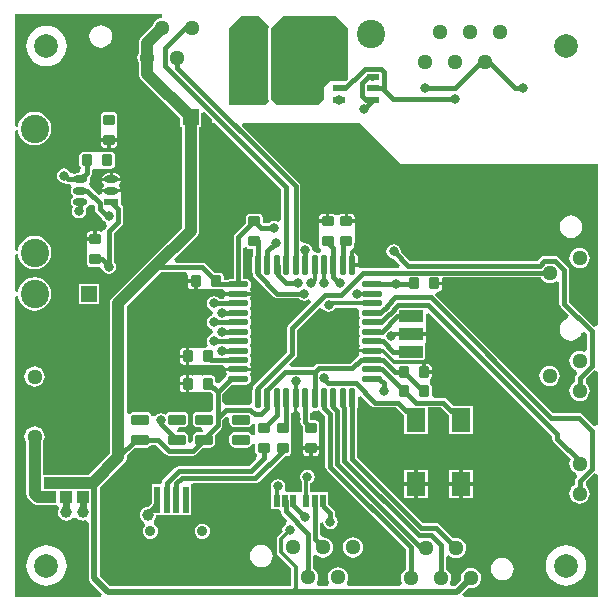
<source format=gtl>
G04 Layer_Physical_Order=1*
G04 Layer_Color=255*
%FSLAX24Y24*%
%MOIN*%
G70*
G01*
G75*
%ADD10R,0.0197X0.0394*%
%ADD11R,0.0413X0.0236*%
G04:AMPARAMS|DCode=12|XSize=98.4mil|YSize=86.6mil|CornerRadius=10.8mil|HoleSize=0mil|Usage=FLASHONLY|Rotation=0.000|XOffset=0mil|YOffset=0mil|HoleType=Round|Shape=RoundedRectangle|*
%AMROUNDEDRECTD12*
21,1,0.0984,0.0650,0,0,0.0*
21,1,0.0768,0.0866,0,0,0.0*
1,1,0.0217,0.0384,-0.0325*
1,1,0.0217,-0.0384,-0.0325*
1,1,0.0217,-0.0384,0.0325*
1,1,0.0217,0.0384,0.0325*
%
%ADD12ROUNDEDRECTD12*%
G04:AMPARAMS|DCode=13|XSize=59.1mil|YSize=35.4mil|CornerRadius=8.9mil|HoleSize=0mil|Usage=FLASHONLY|Rotation=180.000|XOffset=0mil|YOffset=0mil|HoleType=Round|Shape=RoundedRectangle|*
%AMROUNDEDRECTD13*
21,1,0.0591,0.0177,0,0,180.0*
21,1,0.0413,0.0354,0,0,180.0*
1,1,0.0177,-0.0207,0.0089*
1,1,0.0177,0.0207,0.0089*
1,1,0.0177,0.0207,-0.0089*
1,1,0.0177,-0.0207,-0.0089*
%
%ADD13ROUNDEDRECTD13*%
%ADD14R,0.0394X0.0394*%
G04:AMPARAMS|DCode=15|XSize=39.4mil|YSize=35.4mil|CornerRadius=4.4mil|HoleSize=0mil|Usage=FLASHONLY|Rotation=0.000|XOffset=0mil|YOffset=0mil|HoleType=Round|Shape=RoundedRectangle|*
%AMROUNDEDRECTD15*
21,1,0.0394,0.0266,0,0,0.0*
21,1,0.0305,0.0354,0,0,0.0*
1,1,0.0089,0.0153,-0.0133*
1,1,0.0089,-0.0153,-0.0133*
1,1,0.0089,-0.0153,0.0133*
1,1,0.0089,0.0153,0.0133*
%
%ADD15ROUNDEDRECTD15*%
G04:AMPARAMS|DCode=16|XSize=39.4mil|YSize=35.4mil|CornerRadius=4.4mil|HoleSize=0mil|Usage=FLASHONLY|Rotation=270.000|XOffset=0mil|YOffset=0mil|HoleType=Round|Shape=RoundedRectangle|*
%AMROUNDEDRECTD16*
21,1,0.0394,0.0266,0,0,270.0*
21,1,0.0305,0.0354,0,0,270.0*
1,1,0.0089,-0.0133,-0.0153*
1,1,0.0089,-0.0133,0.0153*
1,1,0.0089,0.0133,0.0153*
1,1,0.0089,0.0133,-0.0153*
%
%ADD16ROUNDEDRECTD16*%
%ADD17R,0.0787X0.0984*%
%ADD18R,0.0197X0.0886*%
%ADD19R,0.0630X0.0787*%
%ADD20O,0.0217X0.0689*%
%ADD21O,0.0689X0.0217*%
%ADD22O,0.0472X0.0236*%
%ADD23R,0.0472X0.0236*%
%ADD24R,0.0787X0.0394*%
%ADD25C,0.0157*%
%ADD26C,0.0118*%
%ADD27C,0.0394*%
%ADD28C,0.0197*%
%ADD29C,0.0236*%
%ADD30C,0.0512*%
%ADD31C,0.0945*%
%ADD32R,0.0532X0.0532*%
%ADD33C,0.0532*%
%ADD34R,0.0532X0.0532*%
%ADD35C,0.0354*%
%ADD36C,0.0787*%
%ADD37C,0.0315*%
%ADD38C,0.0394*%
G36*
X11594Y9708D02*
X11612Y9663D01*
X11601Y9606D01*
X11615Y9533D01*
X11648Y9449D01*
X11615Y9364D01*
X11601Y9291D01*
X11615Y9218D01*
X11648Y9134D01*
X11615Y9049D01*
X11601Y8976D01*
X11615Y8903D01*
X11648Y8819D01*
X11615Y8734D01*
X11601Y8661D01*
X11615Y8588D01*
X11648Y8504D01*
X11615Y8419D01*
X11612Y8406D01*
X12028D01*
Y8287D01*
X11607D01*
X11592Y8180D01*
X11540Y8145D01*
X11540Y8145D01*
X11311Y7916D01*
X10263D01*
X10202Y7904D01*
X10150Y7869D01*
X10150Y7869D01*
X10079Y7798D01*
X9321D01*
X9276Y7907D01*
X9484Y8115D01*
X9484Y8115D01*
X9518Y8167D01*
X9531Y8228D01*
Y9040D01*
X10261Y9770D01*
X10400Y9742D01*
X10420Y9712D01*
X10498Y9659D01*
X10591Y9641D01*
X10683Y9659D01*
X10761Y9712D01*
X10807Y9781D01*
X11541D01*
X11594Y9708D01*
D02*
G37*
G36*
X7869Y11767D02*
X7910Y11739D01*
X7958Y11730D01*
X8068D01*
Y11533D01*
X8052Y11510D01*
X8038Y11437D01*
Y10965D01*
X8052Y10892D01*
X8078Y10853D01*
X8080Y10842D01*
X8115Y10790D01*
X8768Y10137D01*
X8820Y10102D01*
X8882Y10090D01*
X8882Y10090D01*
X9607D01*
X9613Y10080D01*
X9691Y10028D01*
X9783Y10009D01*
X9876Y10028D01*
X9940Y10071D01*
X10015Y9979D01*
X9257Y9220D01*
X9222Y9168D01*
X9210Y9107D01*
X9210Y9107D01*
Y8295D01*
X8115Y7200D01*
X8080Y7148D01*
X8068Y7087D01*
X8068Y7087D01*
Y7084D01*
X8052Y7061D01*
X8038Y6988D01*
Y6645D01*
X7966Y6539D01*
X7966Y6539D01*
X7165D01*
X7165Y6539D01*
X7055Y6618D01*
X7050Y6627D01*
Y6902D01*
X7359Y7211D01*
X7815D01*
X7888Y7225D01*
X7950Y7267D01*
X7991Y7329D01*
X8006Y7402D01*
X7991Y7475D01*
X7959Y7559D01*
X7991Y7644D01*
X7994Y7657D01*
X7164D01*
X7166Y7644D01*
X7199Y7559D01*
X7166Y7475D01*
X7166Y7472D01*
X6949Y7255D01*
X6854D01*
X6813Y7286D01*
Y7397D01*
X6804Y7445D01*
X6777Y7485D01*
X6736Y7513D01*
X6688Y7522D01*
X6422D01*
X6383Y7514D01*
X6378Y7520D01*
X6063D01*
X6058Y7514D01*
X6019Y7522D01*
X5945D01*
Y7244D01*
Y6966D01*
X6019D01*
X6058Y6974D01*
X6063Y6969D01*
X6378D01*
X6383Y6974D01*
X6422Y6966D01*
X6665D01*
X6729Y6902D01*
Y6406D01*
X6644Y6302D01*
X6230D01*
X6165Y6289D01*
X6110Y6253D01*
X6073Y6197D01*
X6060Y6132D01*
Y6050D01*
X6058Y6043D01*
X6060Y6037D01*
Y5955D01*
X6073Y5889D01*
X6110Y5834D01*
X6165Y5797D01*
X6230Y5784D01*
X6337D01*
X6398Y5666D01*
X6374Y5633D01*
X6230D01*
X6165Y5620D01*
X6110Y5583D01*
X6073Y5528D01*
X6060Y5463D01*
Y5369D01*
X5964Y5270D01*
X5909Y5285D01*
Y5463D01*
X5896Y5528D01*
X5859Y5583D01*
X5803Y5620D01*
X5738Y5633D01*
X5568D01*
X5545Y5666D01*
X5605Y5784D01*
X5738D01*
X5803Y5797D01*
X5859Y5834D01*
X5896Y5889D01*
X5909Y5955D01*
Y6037D01*
X5910Y6043D01*
X5909Y6050D01*
Y6132D01*
X5896Y6197D01*
X5859Y6253D01*
X5803Y6289D01*
X5738Y6302D01*
X5325D01*
X5260Y6289D01*
X5204Y6253D01*
X5167Y6197D01*
X5166Y6197D01*
X5092Y6246D01*
X5000Y6264D01*
X4908Y6246D01*
X4830Y6194D01*
X4804Y6156D01*
X4679Y6179D01*
X4675Y6197D01*
X4638Y6253D01*
X4583Y6289D01*
X4518Y6302D01*
X4104D01*
X4039Y6289D01*
X3984Y6253D01*
X3979Y6245D01*
X3861Y6281D01*
Y9806D01*
X4980Y10925D01*
X5016Y10961D01*
X5832D01*
X5860Y10929D01*
X5907Y10843D01*
X5903Y10822D01*
Y10728D01*
X6161D01*
Y10669D01*
X6220D01*
Y10391D01*
X6294D01*
X6333Y10399D01*
X6339Y10394D01*
X6654D01*
X6659Y10399D01*
X6698Y10391D01*
X6827D01*
X6831Y10391D01*
X7079D01*
X7103Y10368D01*
X7146Y10295D01*
X7994D01*
X7991Y10309D01*
X7959Y10394D01*
X7991Y10478D01*
X8006Y10551D01*
X7991Y10624D01*
X7950Y10686D01*
X7888Y10727D01*
X7815Y10742D01*
X7739D01*
Y11763D01*
X7857Y11784D01*
X7869Y11767D01*
D02*
G37*
G36*
X6693Y16052D02*
Y15945D01*
X6800D01*
X9013Y13733D01*
Y12711D01*
X8895Y12648D01*
X8872Y12663D01*
X8780Y12682D01*
X8687Y12663D01*
X8609Y12611D01*
X8603Y12602D01*
X8393D01*
X8388Y12607D01*
Y12790D01*
X8379Y12838D01*
X8351Y12879D01*
X8311Y12906D01*
X8263Y12916D01*
X7958D01*
X7910Y12906D01*
X7869Y12879D01*
X7842Y12838D01*
X7832Y12790D01*
Y12607D01*
X7465Y12240D01*
X7430Y12187D01*
X7418Y12126D01*
X7418Y12126D01*
Y10742D01*
X7343D01*
X7270Y10727D01*
X7246Y10712D01*
X7089D01*
Y10822D01*
X7079Y10870D01*
X7052Y10911D01*
X7012Y10938D01*
X6964Y10947D01*
X6780D01*
X6491Y11236D01*
X6439Y11270D01*
X6378Y11283D01*
X6378Y11283D01*
X5491D01*
X5446Y11392D01*
X6181Y12126D01*
X6225Y12184D01*
X6253Y12251D01*
X6262Y12323D01*
Y15797D01*
X6329D01*
Y16262D01*
X6438Y16308D01*
X6693Y16052D01*
D02*
G37*
G36*
X12992Y14567D02*
X19565D01*
Y9184D01*
X19447Y9137D01*
X18603Y9980D01*
Y11024D01*
X18603Y11024D01*
X18591Y11085D01*
X18556Y11137D01*
X18238Y11456D01*
X18185Y11491D01*
X18124Y11503D01*
X18124Y11503D01*
X17782D01*
X17782Y11503D01*
X17720Y11491D01*
X17668Y11456D01*
X17668Y11456D01*
X17554Y11342D01*
X13295D01*
X12994Y11642D01*
X12997Y11654D01*
X12978Y11746D01*
X12926Y11824D01*
X12848Y11876D01*
X12756Y11894D01*
X12664Y11876D01*
X12586Y11824D01*
X12533Y11746D01*
X12515Y11654D01*
X12533Y11561D01*
X12586Y11483D01*
X12664Y11431D01*
X12756Y11413D01*
X12767Y11415D01*
X12968Y11215D01*
X12923Y11105D01*
X11745D01*
X11745Y11105D01*
X11687Y11094D01*
X11683Y11093D01*
X11627Y11112D01*
X11590Y11142D01*
X11378D01*
Y11260D01*
X11569D01*
Y11437D01*
X11554Y11510D01*
X11513Y11572D01*
X11451Y11613D01*
X11402Y11623D01*
X11382Y11737D01*
X11382Y11740D01*
X11422Y11767D01*
X11450Y11807D01*
X11459Y11855D01*
Y12121D01*
X11451Y12160D01*
X11457Y12165D01*
Y12480D01*
X11451Y12486D01*
X11459Y12525D01*
Y12598D01*
X11181D01*
Y12657D01*
X11122D01*
Y12916D01*
X11029D01*
X10981Y12906D01*
X10940Y12879D01*
X10932Y12867D01*
X10902Y12859D01*
X10830D01*
X10801Y12867D01*
X10792Y12879D01*
X10752Y12906D01*
X10704Y12916D01*
X10610D01*
Y12657D01*
X10551D01*
Y12598D01*
X10273D01*
Y12525D01*
X10281Y12486D01*
X10276Y12480D01*
Y12165D01*
X10281Y12160D01*
X10273Y12121D01*
Y11855D01*
X10283Y11807D01*
X10310Y11767D01*
X10338Y11748D01*
X10343Y11683D01*
X10334Y11622D01*
X10264Y11585D01*
X10191Y11613D01*
X10141Y11623D01*
X10118Y11628D01*
X10036Y11732D01*
X10026Y11785D01*
X9973Y11863D01*
X9895Y11915D01*
X9803Y11934D01*
X9767Y11927D01*
X9649Y12005D01*
Y13818D01*
X9649Y13818D01*
X9637Y13880D01*
X9602Y13932D01*
X9602Y13932D01*
X7698Y15836D01*
X7743Y15945D01*
X11614D01*
X12992Y14567D01*
D02*
G37*
G36*
X9547Y6319D02*
X9620Y6276D01*
X9643Y6252D01*
Y5965D01*
X9643Y5965D01*
X9655Y5903D01*
X9690Y5851D01*
X9722Y5819D01*
Y5635D01*
X9730Y5596D01*
X9724Y5591D01*
Y5276D01*
X9730Y5270D01*
X9722Y5231D01*
Y5157D01*
X10278D01*
Y5231D01*
X10270Y5270D01*
X10276Y5276D01*
Y5591D01*
X10270Y5596D01*
X10278Y5635D01*
Y5901D01*
X10268Y5949D01*
X10241Y5989D01*
X10201Y6016D01*
X10153Y6026D01*
X9969D01*
X9964Y6031D01*
Y6252D01*
X9986Y6276D01*
X10082Y6332D01*
X10118Y6325D01*
X10191Y6340D01*
X10267Y6368D01*
X10336Y6305D01*
X10479Y6163D01*
Y4478D01*
X10479Y4478D01*
X10491Y4417D01*
X10526Y4365D01*
X13166Y1725D01*
Y1067D01*
X13158Y1064D01*
X13088Y1010D01*
X13034Y940D01*
X13001Y859D01*
X12989Y772D01*
X13001Y684D01*
X13030Y614D01*
X13014Y571D01*
X12968Y496D01*
X11244D01*
X11186Y614D01*
X11190Y619D01*
X11224Y700D01*
X11235Y787D01*
X11224Y875D01*
X11190Y956D01*
X11136Y1026D01*
X11066Y1080D01*
X10985Y1113D01*
X10898Y1125D01*
X10810Y1113D01*
X10729Y1080D01*
X10659Y1026D01*
X10605Y956D01*
X10572Y875D01*
X10560Y787D01*
X10572Y700D01*
X10605Y619D01*
X10609Y614D01*
X10551Y496D01*
X10244D01*
X10186Y614D01*
X10190Y619D01*
X10224Y700D01*
X10235Y787D01*
X10224Y875D01*
X10190Y956D01*
X10136Y1026D01*
X10066Y1080D01*
X10058Y1083D01*
Y1486D01*
X10110Y1518D01*
X10176Y1535D01*
X10229Y1495D01*
X10310Y1461D01*
X10398Y1450D01*
X10485Y1461D01*
X10566Y1495D01*
X10636Y1549D01*
X10690Y1619D01*
X10724Y1700D01*
X10735Y1787D01*
X10724Y1875D01*
X10690Y1956D01*
X10636Y2026D01*
X10566Y2080D01*
X10485Y2113D01*
X10398Y2125D01*
X10294Y2230D01*
Y2607D01*
X10413Y2619D01*
X10427Y2546D01*
X10479Y2467D01*
X10557Y2415D01*
X10650Y2397D01*
X10742Y2415D01*
X10820Y2467D01*
X10872Y2546D01*
X10890Y2638D01*
X10872Y2730D01*
X10820Y2808D01*
X10810Y2815D01*
Y2933D01*
X10798Y2995D01*
X10763Y3047D01*
X10763Y3047D01*
X10571Y3239D01*
Y3622D01*
X9983D01*
Y3917D01*
X10052Y3964D01*
X10104Y4042D01*
X10123Y4134D01*
X10104Y4226D01*
X10052Y4304D01*
X9974Y4356D01*
X9882Y4375D01*
X9790Y4356D01*
X9712Y4304D01*
X9659Y4226D01*
X9641Y4134D01*
X9659Y4042D01*
X9702Y3978D01*
Y3629D01*
X9587Y3622D01*
X9587Y3622D01*
X9587Y3622D01*
X9192D01*
X9130Y3713D01*
X9123Y3740D01*
X9138Y3819D01*
X9120Y3911D01*
X9068Y3989D01*
X8990Y4041D01*
X8898Y4060D01*
X8805Y4041D01*
X8727Y3989D01*
X8675Y3911D01*
X8657Y3819D01*
X8673Y3737D01*
X8681Y3622D01*
X8681Y3622D01*
X8681Y3622D01*
Y3071D01*
X8914D01*
X8993Y2992D01*
X9005Y2931D01*
X9040Y2879D01*
X9211Y2708D01*
X9206Y2659D01*
X9180Y2572D01*
X9121Y2533D01*
X9069Y2454D01*
X9050Y2362D01*
X9057Y2327D01*
X8905Y2174D01*
X8874Y2129D01*
X8863Y2075D01*
Y1624D01*
X8874Y1571D01*
X8905Y1525D01*
X9348Y1082D01*
Y496D01*
X3303D01*
X2956Y843D01*
Y3784D01*
X3779Y4607D01*
X3823Y4664D01*
X3851Y4731D01*
X3861Y4803D01*
Y4854D01*
X4121Y5115D01*
X4518D01*
X4583Y5128D01*
X4638Y5165D01*
X4671Y5213D01*
X4822D01*
X5149Y4886D01*
X5201Y4852D01*
X5262Y4839D01*
X5262Y4839D01*
X6063D01*
X6063Y4839D01*
X6124Y4852D01*
X6177Y4886D01*
X6405Y5115D01*
X6644D01*
X6709Y5128D01*
X6764Y5165D01*
X6801Y5220D01*
X6814Y5285D01*
Y5463D01*
X6801Y5528D01*
X6798Y5534D01*
X7003Y5739D01*
X7003Y5739D01*
X7038Y5791D01*
X7050Y5853D01*
X7050Y5853D01*
Y6036D01*
X7165Y6151D01*
X7197Y6146D01*
X7280Y6099D01*
Y5955D01*
X7293Y5889D01*
X7330Y5834D01*
X7386Y5797D01*
X7451Y5784D01*
X7864D01*
X7929Y5797D01*
X7985Y5834D01*
X8022Y5889D01*
X8116Y5909D01*
X8147Y5888D01*
Y5635D01*
X8153Y5604D01*
X8151Y5592D01*
X8150Y5591D01*
Y5582D01*
X8141Y5534D01*
X8031Y5528D01*
X8020Y5530D01*
X7985Y5583D01*
X7929Y5620D01*
X7864Y5633D01*
X7451D01*
X7386Y5620D01*
X7330Y5583D01*
X7293Y5528D01*
X7280Y5463D01*
Y5285D01*
X7293Y5220D01*
X7330Y5165D01*
X7386Y5128D01*
X7451Y5115D01*
X7864D01*
X7929Y5128D01*
X7985Y5165D01*
X8022Y5220D01*
X8145Y5233D01*
X8147Y5231D01*
Y4966D01*
X8157Y4918D01*
X8184Y4877D01*
X8181Y4747D01*
X7926Y4491D01*
X5591D01*
X5529Y4479D01*
X5477Y4444D01*
X5477Y4444D01*
X5083Y4051D01*
X5049Y3998D01*
X5036Y3937D01*
X4931Y3898D01*
X4705D01*
Y3354D01*
X4701Y3337D01*
Y3264D01*
X4587Y3149D01*
X4567Y3152D01*
X4495Y3143D01*
X4428Y3115D01*
X4370Y3071D01*
X4326Y3013D01*
X4298Y2946D01*
X4289Y2874D01*
X4298Y2802D01*
X4326Y2735D01*
X4370Y2677D01*
X4428Y2633D01*
X4433Y2631D01*
X4459Y2525D01*
X4456Y2496D01*
X4422Y2452D01*
X4396Y2390D01*
X4388Y2323D01*
X4396Y2256D01*
X4422Y2194D01*
X4463Y2140D01*
X4517Y2099D01*
X4579Y2074D01*
X4646Y2065D01*
X4712Y2074D01*
X4775Y2099D01*
X4828Y2140D01*
X4869Y2194D01*
X4895Y2256D01*
X4904Y2323D01*
X4895Y2390D01*
X4869Y2452D01*
X4828Y2505D01*
X4775Y2546D01*
X4763Y2677D01*
X4808Y2735D01*
X4835Y2802D01*
X4842Y2854D01*
X6004D01*
Y3898D01*
X6107Y3934D01*
X8150D01*
X8150Y3934D01*
X8211Y3946D01*
X8263Y3981D01*
X9122Y4840D01*
X9208D01*
X9256Y4850D01*
X9296Y4877D01*
X9324Y4918D01*
X9333Y4966D01*
Y5231D01*
X9325Y5270D01*
X9331Y5276D01*
Y5591D01*
X9325Y5596D01*
X9333Y5635D01*
Y5882D01*
X9334Y5886D01*
X9334Y5886D01*
Y6252D01*
X9356Y6276D01*
X9429Y6319D01*
Y6752D01*
X9547D01*
Y6319D01*
D02*
G37*
G36*
X18048Y5498D02*
Y5407D01*
X18048Y5407D01*
X18060Y5346D01*
X18095Y5294D01*
X18655Y4734D01*
X18627Y4666D01*
X18615Y4579D01*
X18627Y4491D01*
X18660Y4410D01*
X18714Y4340D01*
X18784Y4286D01*
X18831Y4267D01*
X18865Y4171D01*
X18865Y4134D01*
X18839Y4108D01*
X18804Y4056D01*
X18792Y3994D01*
X18792Y3994D01*
Y3874D01*
X18784Y3871D01*
X18714Y3817D01*
X18660Y3748D01*
X18627Y3666D01*
X18615Y3579D01*
X18627Y3491D01*
X18660Y3410D01*
X18714Y3340D01*
X18784Y3286D01*
X18865Y3253D01*
X18953Y3241D01*
X19040Y3253D01*
X19122Y3286D01*
X19191Y3340D01*
X19245Y3410D01*
X19279Y3491D01*
X19290Y3579D01*
X19279Y3666D01*
X19245Y3748D01*
X19191Y3817D01*
X19171Y3833D01*
X19160Y3966D01*
X19166Y3980D01*
X19447Y4261D01*
X19565Y4214D01*
Y120D01*
X15098D01*
X15049Y239D01*
X15254Y444D01*
X15327Y434D01*
X15414Y446D01*
X15496Y479D01*
X15565Y533D01*
X15619Y603D01*
X15653Y684D01*
X15664Y772D01*
X15653Y859D01*
X15619Y940D01*
X15565Y1010D01*
X15496Y1064D01*
X15414Y1098D01*
X15327Y1109D01*
X15239Y1098D01*
X15158Y1064D01*
X15088Y1010D01*
X15034Y940D01*
X15001Y859D01*
X14989Y772D01*
X14999Y699D01*
X14796Y496D01*
X14681Y504D01*
X14639Y571D01*
X14624Y614D01*
X14653Y684D01*
X14664Y772D01*
X14653Y859D01*
X14619Y940D01*
X14565Y1010D01*
X14496Y1064D01*
X14487Y1067D01*
Y1470D01*
X14539Y1503D01*
X14605Y1520D01*
X14658Y1479D01*
X14739Y1446D01*
X14827Y1434D01*
X14914Y1446D01*
X14996Y1479D01*
X15065Y1533D01*
X15119Y1603D01*
X15153Y1684D01*
X15164Y1772D01*
X15153Y1859D01*
X15119Y1940D01*
X15065Y2010D01*
X14996Y2064D01*
X14914Y2098D01*
X14827Y2109D01*
X14739Y2098D01*
X14731Y2094D01*
X14271Y2554D01*
X14219Y2589D01*
X14157Y2602D01*
X14157Y2602D01*
X13746D01*
X11539Y4809D01*
Y6419D01*
X11554Y6443D01*
X11569Y6516D01*
Y6792D01*
X11678Y6837D01*
X12014Y6501D01*
X12014Y6501D01*
X12066Y6466D01*
X12128Y6454D01*
X12128Y6454D01*
X12847D01*
X13110Y6190D01*
Y5551D01*
X13898D01*
Y6454D01*
X14343D01*
X14606Y6190D01*
Y5551D01*
X15394D01*
Y6496D01*
X14755D01*
X14523Y6728D01*
X14471Y6763D01*
X14409Y6775D01*
X14409Y6775D01*
X14118D01*
X14018Y6855D01*
Y7160D01*
X14009Y7208D01*
X13981Y7249D01*
X13969Y7257D01*
X13962Y7287D01*
Y7359D01*
X13969Y7388D01*
X13981Y7397D01*
X14009Y7437D01*
X14018Y7485D01*
Y7579D01*
X13760D01*
Y7697D01*
X14018D01*
Y7790D01*
X14009Y7838D01*
X13981Y7879D01*
X13941Y7906D01*
X13893Y7916D01*
X13825D01*
X13819Y8031D01*
X13819Y8031D01*
X13819Y8031D01*
Y8504D01*
X13819Y8583D01*
X13819Y8701D01*
Y8839D01*
X13346D01*
Y8957D01*
X13819D01*
Y9094D01*
X13819Y9173D01*
X13819Y9291D01*
Y9561D01*
X13937Y9610D01*
X18048Y5498D01*
D02*
G37*
G36*
X17660Y10760D02*
X17714Y10690D01*
X17784Y10637D01*
X17865Y10603D01*
X17953Y10592D01*
X18040Y10603D01*
X18122Y10637D01*
X18164Y10670D01*
X18255Y10639D01*
X18282Y10617D01*
Y9914D01*
X18282Y9914D01*
X18295Y9852D01*
X18329Y9800D01*
X18588Y9542D01*
X18573Y9466D01*
X18549Y9413D01*
X18473Y9382D01*
X18395Y9322D01*
X18335Y9244D01*
X18297Y9153D01*
X18284Y9055D01*
X18297Y8957D01*
X18335Y8867D01*
X18395Y8788D01*
X18473Y8728D01*
X18564Y8691D01*
X18661Y8678D01*
X18759Y8691D01*
X18850Y8728D01*
X18928Y8788D01*
X18988Y8867D01*
X19011Y8923D01*
X19129Y8956D01*
X19206Y8889D01*
Y8381D01*
X19179Y8354D01*
X19087Y8310D01*
X19040Y8330D01*
X18953Y8341D01*
X18865Y8330D01*
X18784Y8296D01*
X18714Y8243D01*
X18660Y8173D01*
X18627Y8091D01*
X18615Y8004D01*
X18627Y7917D01*
X18660Y7835D01*
X18714Y7765D01*
X18784Y7712D01*
X18831Y7692D01*
X18865Y7597D01*
X18865Y7559D01*
X18839Y7533D01*
X18804Y7481D01*
X18792Y7419D01*
X18792Y7419D01*
Y7300D01*
X18784Y7296D01*
X18714Y7243D01*
X18660Y7173D01*
X18627Y7091D01*
X18615Y7004D01*
X18627Y6917D01*
X18660Y6835D01*
X18714Y6765D01*
X18784Y6712D01*
X18865Y6678D01*
X18953Y6666D01*
X19040Y6678D01*
X19122Y6712D01*
X19191Y6765D01*
X19245Y6835D01*
X19279Y6917D01*
X19290Y7004D01*
X19279Y7091D01*
X19245Y7173D01*
X19191Y7243D01*
X19171Y7258D01*
X19160Y7391D01*
X19166Y7406D01*
X19447Y7686D01*
X19565Y7639D01*
Y5867D01*
X19447Y5820D01*
X19051Y6216D01*
X18998Y6251D01*
X18937Y6263D01*
X18937Y6263D01*
X18072D01*
X14140Y10194D01*
X14189Y10313D01*
X14247D01*
X14295Y10322D01*
X14336Y10349D01*
X14363Y10390D01*
X14372Y10438D01*
Y10532D01*
X14114D01*
Y10650D01*
X14372D01*
Y10743D01*
X14406Y10784D01*
X17651D01*
X17660Y10760D01*
D02*
G37*
G36*
X8605Y19151D02*
X8587Y19125D01*
X8581Y19094D01*
X8581Y16732D01*
X8587Y16702D01*
X8605Y16676D01*
X8605Y16676D01*
X8465Y16535D01*
X7283D01*
Y19094D01*
X7677Y19488D01*
X8268Y19488D01*
X8605Y19151D01*
D02*
G37*
G36*
X11220Y19094D02*
Y18504D01*
Y17392D01*
X11151Y17323D01*
X10630D01*
X10433Y17126D01*
Y16732D01*
X10236Y16535D01*
X8858Y16535D01*
X8661Y16732D01*
X8661Y19094D01*
X9055Y19488D01*
X10827D01*
X11220Y19094D01*
D02*
G37*
G36*
X5034Y19447D02*
X4956Y19436D01*
X4875Y19403D01*
X4805Y19349D01*
X4751Y19279D01*
X4717Y19198D01*
X4714Y19174D01*
X4347Y18807D01*
X4303Y18749D01*
X4275Y18682D01*
X4265Y18610D01*
Y18298D01*
X4251Y18279D01*
X4217Y18198D01*
X4206Y18110D01*
X4217Y18023D01*
X4251Y17941D01*
X4265Y17923D01*
Y17583D01*
X4275Y17511D01*
X4303Y17444D01*
X4347Y17386D01*
X5640Y16093D01*
Y15797D01*
X5706D01*
Y12438D01*
X4587Y11319D01*
X3386Y10118D01*
X3342Y10060D01*
X3314Y9993D01*
X3305Y9921D01*
Y4918D01*
X2601Y4215D01*
X1299D01*
X1281Y4213D01*
X1065D01*
Y5293D01*
X1080Y5312D01*
X1113Y5393D01*
X1125Y5480D01*
X1113Y5568D01*
X1080Y5649D01*
X1026Y5719D01*
X956Y5773D01*
X875Y5806D01*
X787Y5818D01*
X700Y5806D01*
X619Y5773D01*
X549Y5719D01*
X495Y5649D01*
X461Y5568D01*
X450Y5480D01*
X461Y5393D01*
X495Y5312D01*
X509Y5293D01*
Y3583D01*
X519Y3511D01*
X547Y3444D01*
X591Y3386D01*
X709Y3268D01*
X767Y3224D01*
X834Y3196D01*
X906Y3187D01*
X1299D01*
X1317Y3189D01*
X1535D01*
X1588Y3120D01*
X1592Y3113D01*
X1601Y3071D01*
X1582Y3025D01*
X1572Y2953D01*
X1582Y2881D01*
X1610Y2814D01*
X1654Y2756D01*
X1711Y2712D01*
X1778Y2684D01*
X1850Y2675D01*
X1922Y2684D01*
X1989Y2712D01*
X2047Y2756D01*
X2054Y2766D01*
X2068Y2772D01*
X2184Y2772D01*
X2198Y2766D01*
X2205Y2756D01*
X2263Y2712D01*
X2330Y2684D01*
X2402Y2675D01*
X2474Y2684D01*
X2477Y2686D01*
X2595Y2612D01*
Y768D01*
X2609Y699D01*
X2648Y640D01*
X3049Y239D01*
X3000Y120D01*
X120D01*
Y10073D01*
X155Y10177D01*
X239Y10183D01*
X240Y10175D01*
X250Y10092D01*
X306Y9958D01*
X394Y9843D01*
X509Y9755D01*
X644Y9699D01*
X787Y9680D01*
X931Y9699D01*
X1065Y9755D01*
X1181Y9843D01*
X1269Y9958D01*
X1324Y10092D01*
X1343Y10236D01*
X1324Y10380D01*
X1269Y10514D01*
X1181Y10629D01*
X1065Y10718D01*
X931Y10773D01*
X787Y10792D01*
X644Y10773D01*
X509Y10718D01*
X394Y10629D01*
X306Y10514D01*
X250Y10380D01*
X240Y10297D01*
X239Y10290D01*
X155Y10295D01*
X120Y10399D01*
Y11451D01*
X155Y11555D01*
X239Y11560D01*
X240Y11553D01*
X250Y11470D01*
X306Y11336D01*
X394Y11221D01*
X509Y11133D01*
X644Y11077D01*
X787Y11058D01*
X931Y11077D01*
X1065Y11133D01*
X1181Y11221D01*
X1269Y11336D01*
X1324Y11470D01*
X1343Y11614D01*
X1324Y11758D01*
X1269Y11892D01*
X1181Y12007D01*
X1065Y12096D01*
X931Y12151D01*
X787Y12170D01*
X644Y12151D01*
X509Y12096D01*
X394Y12007D01*
X306Y11892D01*
X250Y11758D01*
X240Y11675D01*
X239Y11668D01*
X155Y11673D01*
X120Y11777D01*
Y15585D01*
X155Y15689D01*
X239Y15694D01*
X240Y15687D01*
X250Y15604D01*
X306Y15470D01*
X394Y15355D01*
X509Y15267D01*
X644Y15211D01*
X787Y15192D01*
X931Y15211D01*
X1065Y15267D01*
X1181Y15355D01*
X1269Y15470D01*
X1324Y15604D01*
X1343Y15748D01*
X1324Y15892D01*
X1269Y16026D01*
X1181Y16141D01*
X1065Y16229D01*
X931Y16285D01*
X787Y16304D01*
X644Y16285D01*
X509Y16229D01*
X394Y16141D01*
X306Y16026D01*
X250Y15892D01*
X240Y15809D01*
X239Y15802D01*
X155Y15807D01*
X120Y15911D01*
Y19565D01*
X5026D01*
X5034Y19447D01*
D02*
G37*
%LPC*%
G36*
X14941Y4370D02*
X14606D01*
Y3957D01*
X14941D01*
Y4370D01*
D02*
G37*
G36*
X15394D02*
X15059D01*
Y3957D01*
X15394D01*
Y4370D01*
D02*
G37*
G36*
X13898D02*
X13563D01*
Y3957D01*
X13898D01*
Y4370D01*
D02*
G37*
G36*
X5827Y7185D02*
X5628D01*
Y7092D01*
X5637Y7044D01*
X5664Y7003D01*
X5705Y6976D01*
X5753Y6966D01*
X5827D01*
Y7185D01*
D02*
G37*
G36*
X2992Y19196D02*
X2894Y19183D01*
X2804Y19146D01*
X2725Y19086D01*
X2665Y19008D01*
X2628Y18917D01*
X2615Y18819D01*
X2628Y18721D01*
X2665Y18630D01*
X2725Y18552D01*
X2804Y18492D01*
X2894Y18455D01*
X2992Y18442D01*
X3090Y18455D01*
X3181Y18492D01*
X3259Y18552D01*
X3319Y18630D01*
X3357Y18721D01*
X3369Y18819D01*
X3357Y18917D01*
X3319Y19008D01*
X3259Y19086D01*
X3181Y19146D01*
X3090Y19183D01*
X2992Y19196D01*
D02*
G37*
G36*
X10278Y5039D02*
X10059D01*
Y4840D01*
X10153D01*
X10201Y4850D01*
X10241Y4877D01*
X10268Y4918D01*
X10278Y4966D01*
Y5039D01*
D02*
G37*
G36*
X9941D02*
X9722D01*
Y4966D01*
X9732Y4918D01*
X9759Y4877D01*
X9799Y4850D01*
X9847Y4840D01*
X9941D01*
Y5039D01*
D02*
G37*
G36*
X1181Y19176D02*
X1050Y19164D01*
X924Y19125D01*
X807Y19063D01*
X706Y18979D01*
X622Y18878D01*
X560Y18761D01*
X521Y18635D01*
X509Y18504D01*
X521Y18373D01*
X560Y18247D01*
X622Y18130D01*
X706Y18028D01*
X807Y17945D01*
X924Y17883D01*
X1050Y17844D01*
X1181Y17831D01*
X1312Y17844D01*
X1438Y17883D01*
X1555Y17945D01*
X1657Y18028D01*
X1740Y18130D01*
X1802Y18247D01*
X1841Y18373D01*
X1854Y18504D01*
X1841Y18635D01*
X1802Y18761D01*
X1740Y18878D01*
X1657Y18979D01*
X1555Y19063D01*
X1438Y19125D01*
X1312Y19164D01*
X1181Y19176D01*
D02*
G37*
G36*
X8346Y1873D02*
X8249Y1860D01*
X8158Y1823D01*
X8080Y1763D01*
X8020Y1685D01*
X7982Y1594D01*
X7969Y1496D01*
X7982Y1398D01*
X8020Y1307D01*
X8080Y1229D01*
X8158Y1169D01*
X8249Y1132D01*
X8346Y1119D01*
X8444Y1132D01*
X8535Y1169D01*
X8613Y1229D01*
X8673Y1307D01*
X8711Y1398D01*
X8724Y1496D01*
X8711Y1594D01*
X8673Y1685D01*
X8613Y1763D01*
X8535Y1823D01*
X8444Y1860D01*
X8346Y1873D01*
D02*
G37*
G36*
X11398Y2125D02*
X11310Y2113D01*
X11229Y2080D01*
X11159Y2026D01*
X11105Y1956D01*
X11072Y1875D01*
X11060Y1787D01*
X11072Y1700D01*
X11105Y1619D01*
X11159Y1549D01*
X11229Y1495D01*
X11310Y1461D01*
X11398Y1450D01*
X11485Y1461D01*
X11566Y1495D01*
X11636Y1549D01*
X11690Y1619D01*
X11724Y1700D01*
X11735Y1787D01*
X11724Y1875D01*
X11690Y1956D01*
X11636Y2026D01*
X11566Y2080D01*
X11485Y2113D01*
X11398Y2125D01*
D02*
G37*
G36*
X16378Y1440D02*
X16280Y1427D01*
X16189Y1390D01*
X16111Y1330D01*
X16051Y1252D01*
X16014Y1161D01*
X16001Y1063D01*
X16014Y965D01*
X16051Y874D01*
X16111Y796D01*
X16189Y736D01*
X16280Y699D01*
X16378Y686D01*
X16476Y699D01*
X16567Y736D01*
X16645Y796D01*
X16705Y874D01*
X16742Y965D01*
X16755Y1063D01*
X16742Y1161D01*
X16705Y1252D01*
X16645Y1330D01*
X16567Y1390D01*
X16476Y1427D01*
X16378Y1440D01*
D02*
G37*
G36*
X1181Y1854D02*
X1050Y1841D01*
X924Y1802D01*
X807Y1740D01*
X706Y1657D01*
X622Y1555D01*
X560Y1438D01*
X521Y1312D01*
X509Y1181D01*
X521Y1050D01*
X560Y924D01*
X622Y807D01*
X706Y706D01*
X807Y622D01*
X924Y560D01*
X1050Y521D01*
X1181Y509D01*
X1312Y521D01*
X1438Y560D01*
X1555Y622D01*
X1657Y706D01*
X1740Y807D01*
X1802Y924D01*
X1841Y1050D01*
X1854Y1181D01*
X1841Y1312D01*
X1802Y1438D01*
X1740Y1555D01*
X1657Y1657D01*
X1555Y1740D01*
X1438Y1802D01*
X1312Y1841D01*
X1181Y1854D01*
D02*
G37*
G36*
X18504D02*
X18373Y1841D01*
X18247Y1802D01*
X18130Y1740D01*
X18028Y1657D01*
X17945Y1555D01*
X17883Y1438D01*
X17844Y1312D01*
X17831Y1181D01*
X17844Y1050D01*
X17883Y924D01*
X17945Y807D01*
X18028Y706D01*
X18130Y622D01*
X18247Y560D01*
X18373Y521D01*
X18504Y509D01*
X18635Y521D01*
X18761Y560D01*
X18878Y622D01*
X18979Y706D01*
X19063Y807D01*
X19125Y924D01*
X19164Y1050D01*
X19176Y1181D01*
X19164Y1312D01*
X19125Y1438D01*
X19063Y1555D01*
X18979Y1657D01*
X18878Y1740D01*
X18761Y1802D01*
X18635Y1841D01*
X18504Y1854D01*
D02*
G37*
G36*
X6378Y2581D02*
X6311Y2572D01*
X6249Y2546D01*
X6195Y2505D01*
X6154Y2452D01*
X6129Y2390D01*
X6120Y2323D01*
X6129Y2256D01*
X6154Y2194D01*
X6195Y2140D01*
X6249Y2099D01*
X6311Y2074D01*
X6378Y2065D01*
X6445Y2074D01*
X6507Y2099D01*
X6560Y2140D01*
X6601Y2194D01*
X6627Y2256D01*
X6636Y2323D01*
X6627Y2390D01*
X6601Y2452D01*
X6560Y2505D01*
X6507Y2546D01*
X6445Y2572D01*
X6378Y2581D01*
D02*
G37*
G36*
X15394Y3839D02*
X15059D01*
Y3425D01*
X15394D01*
Y3839D01*
D02*
G37*
G36*
X13445Y4370D02*
X13110D01*
Y3957D01*
X13445D01*
Y4370D01*
D02*
G37*
G36*
X14941Y3839D02*
X14606D01*
Y3425D01*
X14941D01*
Y3839D01*
D02*
G37*
G36*
X13445D02*
X13110D01*
Y3425D01*
X13445D01*
Y3839D01*
D02*
G37*
G36*
X13898D02*
X13563D01*
Y3425D01*
X13898D01*
Y3839D01*
D02*
G37*
G36*
X787Y7818D02*
X700Y7806D01*
X619Y7773D01*
X549Y7719D01*
X495Y7649D01*
X461Y7568D01*
X450Y7480D01*
X461Y7393D01*
X495Y7312D01*
X549Y7242D01*
X619Y7188D01*
X700Y7154D01*
X787Y7143D01*
X875Y7154D01*
X956Y7188D01*
X1026Y7242D01*
X1080Y7312D01*
X1113Y7393D01*
X1125Y7480D01*
X1113Y7568D01*
X1080Y7649D01*
X1026Y7719D01*
X956Y7773D01*
X875Y7806D01*
X787Y7818D01*
D02*
G37*
G36*
X10492Y12916D02*
X10399D01*
X10351Y12906D01*
X10310Y12879D01*
X10283Y12838D01*
X10273Y12790D01*
Y12717D01*
X10492D01*
Y12916D01*
D02*
G37*
G36*
X11334Y12916D02*
X11240D01*
Y12717D01*
X11459D01*
Y12790D01*
X11450Y12838D01*
X11422Y12879D01*
X11382Y12906D01*
X11334Y12916D01*
D02*
G37*
G36*
X2736Y12325D02*
X2643D01*
X2595Y12316D01*
X2554Y12289D01*
X2527Y12248D01*
X2517Y12200D01*
Y12126D01*
X2736D01*
Y12325D01*
D02*
G37*
G36*
X3546Y15315D02*
X3327D01*
Y15116D01*
X3420D01*
X3468Y15125D01*
X3509Y15152D01*
X3536Y15193D01*
X3546Y15241D01*
Y15315D01*
D02*
G37*
G36*
X3654Y13996D02*
X3039D01*
X3043Y13978D01*
X3086Y13913D01*
X3086Y13823D01*
X3067Y13795D01*
X3043Y13758D01*
X3039Y13740D01*
X3654D01*
X3650Y13758D01*
X3606Y13823D01*
X3606Y13913D01*
X3625Y13942D01*
X3650Y13978D01*
X3654Y13996D01*
D02*
G37*
G36*
X3342Y14963D02*
X3076D01*
X3037Y14955D01*
X3031Y14961D01*
X2717D01*
X2711Y14955D01*
X2672Y14963D01*
X2406D01*
X2358Y14953D01*
X2318Y14926D01*
X2291Y14886D01*
X2281Y14838D01*
Y14532D01*
X2291Y14484D01*
X2318Y14444D01*
X2315Y14331D01*
X2253Y14256D01*
X2197D01*
X2120Y14241D01*
X2117Y14238D01*
X1990Y14269D01*
X1938Y14347D01*
X1860Y14400D01*
X1768Y14418D01*
X1676Y14400D01*
X1597Y14347D01*
X1545Y14269D01*
X1527Y14177D01*
X1545Y14085D01*
X1597Y14007D01*
X1676Y13955D01*
X1768Y13936D01*
X1780Y13939D01*
X1828Y13907D01*
X1890Y13895D01*
X1966D01*
X2024Y13776D01*
X2011Y13758D01*
X1996Y13681D01*
X2011Y13604D01*
X2055Y13539D01*
X2055Y13449D01*
X2036Y13421D01*
X2011Y13384D01*
X1996Y13307D01*
X2011Y13230D01*
X2055Y13165D01*
X2066Y13110D01*
X2049Y13084D01*
X2031Y12992D01*
X2049Y12900D01*
X2101Y12822D01*
X2179Y12770D01*
X2272Y12751D01*
X2364Y12770D01*
X2442Y12822D01*
X2494Y12900D01*
X2512Y12992D01*
X2494Y13084D01*
X2575Y13165D01*
X2594Y13193D01*
X2721Y13216D01*
X2792Y13153D01*
Y13071D01*
X2792Y13071D01*
X2804Y13009D01*
X2839Y12957D01*
X3043Y12754D01*
X3045Y12742D01*
X3097Y12664D01*
X3168Y12617D01*
X3177Y12607D01*
X3204Y12486D01*
X3158Y12440D01*
X3123Y12388D01*
X3119Y12365D01*
X3114Y12361D01*
X3018Y12318D01*
X2996Y12316D01*
X2993Y12316D01*
X2948Y12325D01*
X2854D01*
Y12067D01*
X2795D01*
Y12008D01*
X2517D01*
Y11934D01*
X2525Y11895D01*
X2520Y11890D01*
Y11575D01*
X2525Y11569D01*
X2517Y11531D01*
Y11265D01*
X2527Y11217D01*
X2554Y11176D01*
X2595Y11149D01*
X2643Y11139D01*
X2948D01*
X3049Y11054D01*
X3101Y10975D01*
X3179Y10923D01*
X3272Y10905D01*
X3364Y10923D01*
X3442Y10975D01*
X3494Y11054D01*
X3512Y11146D01*
X3494Y11238D01*
X3442Y11316D01*
X3432Y11322D01*
Y12260D01*
X3696Y12524D01*
X3731Y12576D01*
X3743Y12638D01*
X3743Y12638D01*
Y13071D01*
X3743Y13071D01*
X3731Y13132D01*
X3696Y13184D01*
X3696Y13184D01*
X3661Y13219D01*
Y13504D01*
X3661Y13504D01*
X3654Y13622D01*
Y13622D01*
X3039D01*
Y13622D01*
X3036Y13578D01*
X2915Y13533D01*
X2653Y13795D01*
X2632Y13809D01*
X2620Y13831D01*
X2598Y13926D01*
X2600Y13950D01*
X2618Y13978D01*
X2634Y14055D01*
X2619Y14132D01*
X2653Y14166D01*
X2653Y14166D01*
X2688Y14218D01*
X2700Y14280D01*
Y14298D01*
X2717Y14409D01*
X3031D01*
X3037Y14415D01*
X3076Y14407D01*
X3342D01*
X3390Y14417D01*
X3430Y14444D01*
X3457Y14484D01*
X3467Y14532D01*
Y14838D01*
X3457Y14886D01*
X3430Y14926D01*
X3390Y14953D01*
X3342Y14963D01*
D02*
G37*
G36*
X3209Y15315D02*
X2990D01*
Y15241D01*
X2999Y15193D01*
X3026Y15152D01*
X3067Y15125D01*
X3115Y15116D01*
X3209D01*
Y15315D01*
D02*
G37*
G36*
X3287Y14256D02*
X3228D01*
X3152Y14241D01*
X3086Y14197D01*
X3043Y14132D01*
X3039Y14114D01*
X3287D01*
Y14256D01*
D02*
G37*
G36*
X3465D02*
X3406D01*
Y14114D01*
X3654D01*
X3650Y14132D01*
X3606Y14197D01*
X3541Y14241D01*
X3465Y14256D01*
D02*
G37*
G36*
X18661Y12858D02*
X18564Y12845D01*
X18473Y12807D01*
X18395Y12747D01*
X18335Y12669D01*
X18297Y12578D01*
X18284Y12480D01*
X18297Y12383D01*
X18335Y12292D01*
X18395Y12214D01*
X18473Y12154D01*
X18564Y12116D01*
X18661Y12103D01*
X18759Y12116D01*
X18850Y12154D01*
X18928Y12214D01*
X18988Y12292D01*
X19026Y12383D01*
X19039Y12480D01*
X19026Y12578D01*
X18988Y12669D01*
X18928Y12747D01*
X18850Y12807D01*
X18759Y12845D01*
X18661Y12858D01*
D02*
G37*
G36*
X5827Y8093D02*
X5628D01*
Y7999D01*
X5637Y7951D01*
X5664Y7911D01*
X5705Y7884D01*
X5753Y7874D01*
X5827D01*
Y8093D01*
D02*
G37*
G36*
Y8430D02*
X5753D01*
X5705Y8420D01*
X5664Y8393D01*
X5637Y8353D01*
X5628Y8305D01*
Y8211D01*
X5827D01*
Y8430D01*
D02*
G37*
G36*
X17953Y7841D02*
X17865Y7830D01*
X17784Y7796D01*
X17714Y7743D01*
X17660Y7673D01*
X17627Y7591D01*
X17615Y7504D01*
X17627Y7417D01*
X17660Y7335D01*
X17714Y7265D01*
X17784Y7212D01*
X17865Y7178D01*
X17953Y7166D01*
X18040Y7178D01*
X18122Y7212D01*
X18191Y7265D01*
X18245Y7335D01*
X18279Y7417D01*
X18290Y7504D01*
X18279Y7591D01*
X18245Y7673D01*
X18191Y7743D01*
X18122Y7796D01*
X18040Y7830D01*
X17953Y7841D01*
D02*
G37*
G36*
X5827Y7522D02*
X5753D01*
X5705Y7513D01*
X5664Y7485D01*
X5637Y7445D01*
X5628Y7397D01*
Y7303D01*
X5827D01*
Y7522D01*
D02*
G37*
G36*
X3420Y16302D02*
X3115D01*
X3067Y16292D01*
X3026Y16265D01*
X2999Y16224D01*
X2990Y16176D01*
Y15910D01*
X2997Y15871D01*
X2992Y15866D01*
Y15551D01*
X2997Y15546D01*
X2990Y15507D01*
Y15433D01*
X3546D01*
Y15507D01*
X3538Y15546D01*
X3543Y15551D01*
Y15866D01*
X3538Y15871D01*
X3546Y15910D01*
Y16176D01*
X3536Y16224D01*
X3509Y16265D01*
X3468Y16292D01*
X3420Y16302D01*
D02*
G37*
G36*
X6102Y10610D02*
X5903D01*
Y10517D01*
X5913Y10469D01*
X5940Y10428D01*
X5981Y10401D01*
X6029Y10391D01*
X6102D01*
Y10610D01*
D02*
G37*
G36*
X18953Y11767D02*
X18865Y11755D01*
X18784Y11721D01*
X18714Y11668D01*
X18660Y11598D01*
X18627Y11516D01*
X18615Y11429D01*
X18627Y11342D01*
X18660Y11260D01*
X18714Y11190D01*
X18784Y11137D01*
X18865Y11103D01*
X18953Y11092D01*
X19040Y11103D01*
X19122Y11137D01*
X19191Y11190D01*
X19245Y11260D01*
X19279Y11342D01*
X19290Y11429D01*
X19279Y11516D01*
X19245Y11598D01*
X19191Y11668D01*
X19122Y11721D01*
X19040Y11755D01*
X18953Y11767D01*
D02*
G37*
G36*
X2943Y10581D02*
X2254D01*
Y9892D01*
X2943D01*
Y10581D01*
D02*
G37*
G36*
X7994Y10177D02*
X7146D01*
X7103Y10104D01*
X7079Y10082D01*
X6948D01*
X6942Y10092D01*
X6864Y10144D01*
X6772Y10162D01*
X6679Y10144D01*
X6601Y10092D01*
X6549Y10013D01*
X6531Y9921D01*
X6549Y9829D01*
X6601Y9751D01*
X6679Y9699D01*
X6738Y9602D01*
X6691Y9516D01*
X6679Y9514D01*
X6601Y9462D01*
X6549Y9384D01*
X6531Y9291D01*
X6549Y9199D01*
X6601Y9121D01*
X6679Y9069D01*
X6704Y9064D01*
X6747Y8976D01*
X6704Y8889D01*
X6679Y8884D01*
X6601Y8832D01*
X6549Y8754D01*
X6531Y8661D01*
X6549Y8569D01*
X6563Y8548D01*
X6500Y8430D01*
X6422D01*
X6383Y8422D01*
X6378Y8428D01*
X6063D01*
X6058Y8422D01*
X6019Y8430D01*
X5945D01*
Y8152D01*
Y7874D01*
X6019D01*
X6058Y7882D01*
X6063Y7876D01*
X6378D01*
X6383Y7882D01*
X6422Y7874D01*
X6660D01*
X6676Y7871D01*
X6676Y7871D01*
X7079D01*
X7103Y7849D01*
X7146Y7776D01*
X7994D01*
X7991Y7789D01*
X7959Y7874D01*
X7991Y7959D01*
X8006Y8031D01*
X7991Y8104D01*
X7959Y8189D01*
X7991Y8273D01*
X8006Y8346D01*
X7991Y8419D01*
X7959Y8504D01*
X7991Y8588D01*
X8006Y8661D01*
X7991Y8734D01*
X7959Y8819D01*
X7991Y8903D01*
X8006Y8976D01*
X7991Y9049D01*
X7959Y9134D01*
X7991Y9218D01*
X8006Y9291D01*
X7991Y9364D01*
X7959Y9449D01*
X7991Y9533D01*
X8006Y9606D01*
X7991Y9679D01*
X7959Y9764D01*
X7991Y9848D01*
X8006Y9921D01*
X7991Y9994D01*
X7959Y10079D01*
X7991Y10163D01*
X7994Y10177D01*
D02*
G37*
%LPD*%
D10*
X9409Y3346D02*
D03*
X8858D02*
D03*
X9134D02*
D03*
X10394D02*
D03*
X9843D02*
D03*
X10118D02*
D03*
D11*
X10935Y17087D02*
D03*
Y17461D02*
D03*
Y16713D02*
D03*
X12057D02*
D03*
Y17461D02*
D03*
Y17087D02*
D03*
D12*
X7913Y17008D02*
D03*
X9803D02*
D03*
D13*
X6437Y5374D02*
D03*
X7657D02*
D03*
X6437Y6043D02*
D03*
X7657D02*
D03*
X5531D02*
D03*
Y5374D02*
D03*
X4311Y6043D02*
D03*
Y5374D02*
D03*
D14*
X1850Y3937D02*
D03*
Y3465D02*
D03*
X1299Y3937D02*
D03*
Y3465D02*
D03*
X2402Y3937D02*
D03*
Y3465D02*
D03*
D15*
X10551Y12657D02*
D03*
Y11988D02*
D03*
X11181Y11988D02*
D03*
Y12657D02*
D03*
X10000Y5098D02*
D03*
Y5768D02*
D03*
X3268Y16043D02*
D03*
Y15374D02*
D03*
X2795Y11398D02*
D03*
Y12067D02*
D03*
X8425Y5098D02*
D03*
Y5768D02*
D03*
X9055Y5098D02*
D03*
Y5768D02*
D03*
X8110Y11988D02*
D03*
Y12657D02*
D03*
D16*
X14114Y10591D02*
D03*
X13445D02*
D03*
X13760Y7638D02*
D03*
X13091D02*
D03*
X6831Y10669D02*
D03*
X6161D02*
D03*
X5886Y7244D02*
D03*
X6555D02*
D03*
X5886Y8152D02*
D03*
X6555D02*
D03*
X13091Y7008D02*
D03*
X13760D02*
D03*
X3209Y14685D02*
D03*
X2539D02*
D03*
D17*
X3760Y1181D02*
D03*
X7264D02*
D03*
Y3327D02*
D03*
X3760D02*
D03*
D18*
X6142Y3376D02*
D03*
X5827D02*
D03*
X5512D02*
D03*
X5197D02*
D03*
X4882D02*
D03*
D19*
X15000Y3898D02*
D03*
Y6024D02*
D03*
X13504Y3898D02*
D03*
Y6024D02*
D03*
D20*
X10748Y6752D02*
D03*
X11378D02*
D03*
X11063D02*
D03*
X10433D02*
D03*
X9488D02*
D03*
X9173D02*
D03*
X10118D02*
D03*
X9803D02*
D03*
X8858D02*
D03*
X8543D02*
D03*
X8228D02*
D03*
X10748Y11201D02*
D03*
X10433D02*
D03*
X11378D02*
D03*
X11063D02*
D03*
X10118D02*
D03*
X9173D02*
D03*
X8858D02*
D03*
X9803D02*
D03*
X9488D02*
D03*
X8543D02*
D03*
X8228D02*
D03*
D21*
X12028Y8346D02*
D03*
Y8031D02*
D03*
Y7717D02*
D03*
Y7402D02*
D03*
X7579D02*
D03*
Y8031D02*
D03*
Y7717D02*
D03*
X12028Y9921D02*
D03*
Y10551D02*
D03*
Y10236D02*
D03*
Y8976D02*
D03*
Y8661D02*
D03*
Y9606D02*
D03*
Y9291D02*
D03*
X7579Y8661D02*
D03*
Y8346D02*
D03*
Y9291D02*
D03*
Y8976D02*
D03*
Y9921D02*
D03*
Y9606D02*
D03*
Y10551D02*
D03*
Y10236D02*
D03*
D22*
X3346Y14055D02*
D03*
Y13681D02*
D03*
X2315Y13307D02*
D03*
Y14055D02*
D03*
Y13681D02*
D03*
D23*
X3346Y13307D02*
D03*
D24*
X13346Y8307D02*
D03*
Y9488D02*
D03*
Y8898D02*
D03*
D25*
X11112Y4674D02*
Y6447D01*
X11063Y6496D02*
X11112Y6447D01*
X11063Y6496D02*
Y6752D01*
X10748Y6455D02*
Y6752D01*
Y6455D02*
X10876Y6327D01*
X10433Y6436D02*
Y6752D01*
Y6436D02*
X10640Y6229D01*
Y4478D02*
X13327Y1791D01*
X10640Y4478D02*
Y6229D01*
X10876Y4576D02*
X13681Y1772D01*
X10876Y4576D02*
Y6327D01*
X11112Y4674D02*
X13601Y2185D01*
X4311Y5374D02*
X4888D01*
X5262Y5000D02*
X6063D01*
X4888Y5374D02*
X5262Y5000D01*
X11654Y8031D02*
X12028D01*
X11378Y7756D02*
X11654Y8031D01*
X10263Y7756D02*
X11378D01*
X10145Y7638D02*
X10263Y7756D01*
X9132Y7638D02*
X10118D01*
Y6752D02*
Y7638D01*
X10394Y7441D02*
X10581Y7254D01*
X8543Y7049D02*
X9132Y7638D01*
X8543Y6752D02*
Y7049D01*
X12401Y8031D02*
X12795Y7638D01*
X12028Y8031D02*
X12401D01*
X12795Y7638D02*
X13091D01*
X7323Y7402D02*
X7579D01*
X6890Y6969D02*
X7323Y7402D01*
X6614Y7244D02*
X6890Y6969D01*
X6555Y8152D02*
X6676Y8031D01*
X12744Y8307D02*
X13346D01*
X12389Y8661D02*
X12744Y8307D01*
X12028Y8661D02*
X12389D01*
X12363Y8976D02*
X12875Y9488D01*
X12028Y8976D02*
X12363D01*
X12374Y9341D02*
X12453Y9419D01*
X12372Y9341D02*
X12374D01*
X12323Y9291D02*
X12372Y9341D01*
X12028Y9291D02*
X12323D01*
X12304Y9606D02*
X12353Y9656D01*
X12028Y9606D02*
X12304D01*
X12353Y9656D02*
X12374D01*
X12472Y9419D02*
X12766Y9713D01*
X12453Y9419D02*
X12472D01*
X12374Y9656D02*
X12530Y9811D01*
X12875Y9488D02*
X13346D01*
X12766Y9713D02*
Y9734D01*
X12530Y9811D02*
Y9832D01*
X18124Y11343D02*
X18443Y11024D01*
X17782Y11343D02*
X18124D01*
X17620Y11181D02*
X17782Y11343D01*
X13228Y11181D02*
X17620D01*
X12756Y11654D02*
X13228Y11181D01*
X13406Y10551D02*
X13445Y10591D01*
X12835Y10551D02*
X13406D01*
X3268Y16024D02*
Y16043D01*
X4783Y11122D02*
X6378D01*
X6831Y10669D01*
X7579Y10551D02*
Y12126D01*
X8110Y12657D01*
X8327Y12441D01*
X8780D01*
X9488Y11201D02*
Y13818D01*
X9173Y11201D02*
Y13799D01*
X9803Y11201D02*
Y11693D01*
X9171Y10591D02*
X9567D01*
X10460Y10197D02*
X10997D01*
X9370Y9107D02*
X10460Y10197D01*
X8882Y10250D02*
X9783D01*
X9154Y2992D02*
X9898Y2248D01*
Y787D02*
Y2248D01*
X10134Y2051D02*
Y3331D01*
Y2051D02*
X10398Y1787D01*
X10118Y3346D02*
X10134Y3331D01*
X13720Y7008D02*
X13760D01*
X13091Y7638D02*
X13720Y7008D01*
X5688Y4094D02*
X8150D01*
X5512Y3918D02*
X5688Y4094D01*
X5512Y3376D02*
Y3918D01*
X5591Y4331D02*
X7992D01*
X5197Y3937D02*
X5591Y4331D01*
X5197Y3376D02*
Y3937D01*
X8150Y4094D02*
X9055Y5000D01*
Y5098D01*
X8425Y4764D02*
Y5098D01*
X7992Y4331D02*
X8425Y4764D01*
X18937Y6102D02*
X19366Y5673D01*
X18005Y6102D02*
X18937D01*
X13990Y10118D02*
X18005Y6102D01*
X18209Y5407D02*
X18953Y4663D01*
X18209Y5407D02*
Y5565D01*
X13892Y9882D02*
X18209Y5565D01*
X18953Y4579D02*
Y4663D01*
X12913Y9882D02*
X13892D01*
X19366Y7833D02*
Y8991D01*
X18953Y7419D02*
X19366Y7833D01*
X18443Y9914D02*
X19366Y8991D01*
Y4408D02*
Y5673D01*
X18953Y3994D02*
X19366Y4408D01*
X6890Y6102D02*
Y6969D01*
Y5853D02*
Y6102D01*
X7165Y6378D01*
X7966D01*
X8124Y6220D01*
X8346D01*
X8543Y6417D01*
Y6752D01*
X9370Y8228D02*
Y9107D01*
X8228Y7087D02*
X9370Y8228D01*
X8228Y6752D02*
Y7087D01*
X6437Y5400D02*
X6890Y5853D01*
X6437Y5374D02*
Y5400D01*
X3583Y4803D02*
X4154Y5374D01*
X4311D01*
X7657D02*
X7657D01*
X6299Y6043D02*
X6437D01*
X5000Y5906D02*
Y6024D01*
X14409Y6614D02*
X15000Y6024D01*
X13484Y6614D02*
X14409D01*
X13091Y7008D02*
X13484Y6614D01*
X8228Y11201D02*
Y11988D01*
X12913Y6614D02*
X13504Y6024D01*
X12128Y6614D02*
X12913D01*
X11488Y7254D02*
X12128Y6614D01*
X10581Y7254D02*
X11488D01*
X8228Y10904D02*
X8882Y10250D01*
X8228Y10904D02*
Y11201D01*
X12421Y7008D02*
Y7264D01*
X12283Y7402D02*
X12421Y7264D01*
X12028Y7402D02*
X12283D01*
X18953Y7004D02*
Y7419D01*
X18443Y9914D02*
Y11024D01*
X11063Y11201D02*
Y11949D01*
X8543Y11654D02*
X8819Y11929D01*
X8543Y11201D02*
Y11654D01*
X12382Y7717D02*
X13091Y7008D01*
X12028Y7717D02*
X12382D01*
X6676Y8031D02*
X7579D01*
X11745Y10945D02*
X18110D01*
X10997Y10197D02*
X11745Y10945D01*
X17953Y10929D02*
Y10945D01*
X5543Y17763D02*
X9488Y13818D01*
X5543Y17763D02*
Y18110D01*
X5803Y19110D02*
X6043D01*
X5130Y18437D02*
X5803Y19110D01*
X5130Y17843D02*
Y18437D01*
Y17843D02*
X9173Y13799D01*
X8907Y10854D02*
X9171Y10591D01*
X8858Y11201D02*
X8907Y11152D01*
Y10854D02*
Y11152D01*
X9055Y5768D02*
X9173Y5886D01*
Y6752D01*
X8425Y5768D02*
X8858Y6201D01*
Y6752D01*
X10748Y11201D02*
Y11752D01*
X10551Y11949D02*
X10748Y11752D01*
X8228Y11201D02*
X8228Y11201D01*
X9803Y11201D02*
X9803Y11201D01*
X10748Y10787D02*
Y11201D01*
Y10787D02*
X10920Y10616D01*
X10970D01*
X12028Y10551D02*
X12835D01*
X12816Y10118D02*
X13990D01*
X12530Y9832D02*
X12816Y10118D01*
X12766Y9734D02*
X12913Y9882D01*
X12028Y10551D02*
X12028Y10551D01*
X12717Y16732D02*
X14803D01*
X12421Y17028D02*
X12717Y16732D01*
X12362Y17087D02*
X12421Y17028D01*
Y17644D01*
X12329Y17736D02*
X12421Y17644D01*
X11785Y17736D02*
X12329D01*
X11693Y17644D02*
X11785Y17736D01*
X11693Y17638D02*
Y17644D01*
X11142Y17087D02*
X11693Y17638D01*
X10935Y17087D02*
X11142D01*
X11831Y16713D02*
X12057D01*
X11693Y16850D02*
X11831Y16713D01*
X11693Y16850D02*
Y17270D01*
X11884Y17461D01*
X12057D01*
Y17087D02*
X12362D01*
X12037Y17441D02*
X12057Y17461D01*
X11760Y16415D02*
X12057Y16713D01*
X13799Y17087D02*
X14791D01*
X15799Y18094D01*
X16807Y17087D02*
X17067D01*
X15799Y18094D02*
X16807Y17087D01*
X14157Y2441D02*
X14827Y1772D01*
X13679Y2441D02*
X14157D01*
X11378Y4742D02*
X13679Y2441D01*
X11378Y4742D02*
Y6752D01*
X14327Y772D02*
Y1856D01*
X13998Y2185D02*
X14327Y1856D01*
X13601Y2185D02*
X13998D01*
X13681Y1772D02*
X13827D01*
X13327Y772D02*
Y1791D01*
X10650Y2638D02*
Y2933D01*
X10433Y3150D02*
X10650Y2933D01*
X9409Y3209D02*
Y3346D01*
Y3209D02*
X9803Y2815D01*
X9154Y2992D02*
Y3327D01*
X9134Y3346D02*
X9154Y3327D01*
X18949Y3583D02*
X18953Y3579D01*
Y3994D01*
X6831Y10551D02*
X7579D01*
X6063Y5000D02*
X6437Y5374D01*
X9803Y5965D02*
X10000Y5768D01*
X9803Y5965D02*
Y6752D01*
X5000Y5906D02*
X5531Y5374D01*
X4311Y6043D02*
X4409D01*
X6772Y9291D02*
X7579D01*
X6772Y8661D02*
X7579D01*
X7047Y9606D02*
X7579D01*
X7047Y8976D02*
X7579D01*
X6772Y9921D02*
X7579D01*
X7047Y8346D02*
X7579D01*
X7579Y8661D02*
X7579Y8661D01*
X1768Y14177D02*
X1890Y14055D01*
X2315D01*
X3209Y14665D02*
Y14685D01*
X3020Y11398D02*
X3272Y11146D01*
X2795Y11398D02*
X3020D01*
X3272Y11146D02*
Y12327D01*
X3583Y12638D01*
Y13071D01*
X3346Y13307D02*
X3583Y13071D01*
X3189Y12835D02*
X3268D01*
X2953Y13071D02*
X3189Y12835D01*
X2953Y13071D02*
Y13268D01*
X2539Y13681D02*
X2953Y13268D01*
X2315Y13681D02*
X2539D01*
X2315Y13035D02*
Y13307D01*
X2272Y12992D02*
X2315Y13035D01*
X2539Y14280D02*
Y14685D01*
X2315Y14055D02*
X2539Y14280D01*
D26*
X9488Y6752D02*
Y7323D01*
X13760Y7935D02*
X13797Y7972D01*
X13760Y7638D02*
Y7935D01*
X13878Y8563D02*
X14173Y8858D01*
X13878Y8053D02*
Y8563D01*
X13797Y7972D02*
X13878Y8053D01*
X12772Y7972D02*
X13797D01*
X12398Y8346D02*
X12772Y7972D01*
X12028Y8346D02*
X12398D01*
X11516Y11909D02*
X12008Y12402D01*
X11516Y11780D02*
Y11909D01*
X11378Y11642D02*
X11516Y11780D01*
X11378Y11201D02*
Y11642D01*
X12756Y8898D02*
X13346D01*
X12677Y8819D02*
X12756Y8898D01*
X10000Y10591D02*
X10118Y10709D01*
X10433Y10591D02*
Y11201D01*
X10591Y9882D02*
X10630Y9921D01*
X9370Y315D02*
X9488Y433D01*
Y1140D01*
X9004Y1624D02*
X9488Y1140D01*
X9004Y1624D02*
Y2075D01*
X9291Y2362D01*
X9843Y3346D02*
Y4094D01*
X9882Y4134D01*
X8858Y3346D02*
Y3780D01*
X8898Y3819D01*
X10118Y10709D02*
Y11201D01*
X10630Y9921D02*
X12028D01*
X12028Y10236D02*
X12028Y10236D01*
X11535Y10236D02*
X12028D01*
D27*
X4783Y11122D02*
X5984Y12323D01*
X3583Y9921D02*
X4783Y11122D01*
X2402Y3937D02*
X2717D01*
X906Y3465D02*
X1299D01*
X787Y3583D02*
X906Y3465D01*
X787Y3583D02*
Y5480D01*
X2717Y3937D02*
X3583Y4803D01*
Y9921D01*
X5984Y12323D02*
Y16142D01*
X4543Y17583D02*
X5984Y16142D01*
X4543Y17583D02*
Y18110D01*
Y18610D01*
X5043Y19110D01*
X1850Y3937D02*
X2402D01*
X1299D02*
X1850D01*
D28*
X9370Y315D02*
X14870D01*
X3228D02*
X9370D01*
X2717Y3853D02*
Y3937D01*
Y3853D02*
X2776Y3794D01*
Y768D02*
Y3794D01*
Y768D02*
X3228Y315D01*
X14870D02*
X15327Y772D01*
X4882Y3189D02*
Y3337D01*
X4567Y2874D02*
X4882Y3189D01*
D29*
X2402Y2953D02*
Y3465D01*
X1850Y3465D02*
X1850Y3465D01*
X1850Y2953D02*
Y3465D01*
D30*
X17953Y8504D02*
D03*
X18953Y8004D02*
D03*
X17953Y7504D02*
D03*
X18953Y7004D02*
D03*
X9898Y787D02*
D03*
X8898D02*
D03*
X11398Y1787D02*
D03*
X10898Y787D02*
D03*
X10398Y1787D02*
D03*
X9398D02*
D03*
X787Y7480D02*
D03*
Y5480D02*
D03*
Y6480D02*
D03*
X17953Y5079D02*
D03*
X18953Y3579D02*
D03*
X17953Y4079D02*
D03*
X18953Y4579D02*
D03*
X5543Y18110D02*
D03*
X4543D02*
D03*
X6043Y19110D02*
D03*
X5043D02*
D03*
X3543Y18110D02*
D03*
X4043Y19110D02*
D03*
X17953Y11929D02*
D03*
X18953Y10429D02*
D03*
X17953Y10929D02*
D03*
X18953Y11429D02*
D03*
X14299Y18976D02*
D03*
X15299D02*
D03*
X13799Y17976D02*
D03*
X14799D02*
D03*
X16299Y18976D02*
D03*
X15799Y17976D02*
D03*
X13827Y1772D02*
D03*
X14827D02*
D03*
X13327Y772D02*
D03*
X14327D02*
D03*
X15827Y1772D02*
D03*
X15327Y772D02*
D03*
D31*
X787Y12992D02*
D03*
X10630Y18898D02*
D03*
X9252D02*
D03*
X7874D02*
D03*
X12008D02*
D03*
X787Y11614D02*
D03*
Y14370D02*
D03*
Y15748D02*
D03*
X787Y8858D02*
D03*
Y10236D02*
D03*
D32*
X5984Y16142D02*
D03*
D33*
X4016Y16142D02*
D03*
X2598Y8268D02*
D03*
D34*
X2598Y10236D02*
D03*
D35*
X6378Y2323D02*
D03*
X4646D02*
D03*
D36*
X1181Y18504D02*
D03*
X18504D02*
D03*
Y1181D02*
D03*
X1181D02*
D03*
D37*
X8268Y8031D02*
D03*
X10433Y7441D02*
D03*
X9488Y7323D02*
D03*
X12677Y8819D02*
D03*
X3268Y16024D02*
D03*
X2362Y17165D02*
D03*
X9528Y5079D02*
D03*
X9488Y6063D02*
D03*
X15748Y3150D02*
D03*
Y4213D02*
D03*
X16339Y12795D02*
D03*
X17717Y13780D02*
D03*
X18504D02*
D03*
X14961Y10433D02*
D03*
X15157Y11811D02*
D03*
X16929D02*
D03*
X17126Y10433D02*
D03*
X15748Y9252D02*
D03*
X17126Y7874D02*
D03*
X14370Y7087D02*
D03*
X9843Y8858D02*
D03*
X9882Y8110D02*
D03*
X8976Y8740D02*
D03*
X9449Y9843D02*
D03*
X8268Y10236D02*
D03*
X5315Y9252D02*
D03*
X5118Y8071D02*
D03*
X4134Y7283D02*
D03*
Y9055D02*
D03*
X2480Y4449D02*
D03*
X1299D02*
D03*
X2953Y5315D02*
D03*
Y7283D02*
D03*
X5315Y14961D02*
D03*
Y12598D02*
D03*
X6496Y13386D02*
D03*
X12008Y12402D02*
D03*
X11417Y15551D02*
D03*
X12598Y14370D02*
D03*
X13189Y12795D02*
D03*
X10039D02*
D03*
Y14173D02*
D03*
X8465Y15551D02*
D03*
X7677Y14567D02*
D03*
X8661Y13583D02*
D03*
X5512Y10433D02*
D03*
X7087Y11220D02*
D03*
X5906Y11614D02*
D03*
X6496Y15354D02*
D03*
X394Y17323D02*
D03*
X2362Y19291D02*
D03*
X394Y2362D02*
D03*
X2362Y394D02*
D03*
X7677Y4724D02*
D03*
X4134D02*
D03*
X3346Y2165D02*
D03*
X4528Y787D02*
D03*
X6299D02*
D03*
X7283Y2362D02*
D03*
X8071Y3346D02*
D03*
X5709Y2559D02*
D03*
X6496Y3150D02*
D03*
Y3740D02*
D03*
X8661Y2559D02*
D03*
X9252Y4331D02*
D03*
X11614Y787D02*
D03*
X12598Y1772D02*
D03*
X12402Y4331D02*
D03*
X14173Y2953D02*
D03*
X16929Y1575D02*
D03*
X18307Y2953D02*
D03*
X17323Y394D02*
D03*
X19291Y2362D02*
D03*
X15945Y6890D02*
D03*
X14173Y8858D02*
D03*
X11811Y6299D02*
D03*
X8780Y12441D02*
D03*
X9803Y11693D02*
D03*
X9567Y10591D02*
D03*
X10000D02*
D03*
X10433D02*
D03*
X10591Y9882D02*
D03*
X11181Y11988D02*
D03*
X9291Y2362D02*
D03*
X7657Y5374D02*
D03*
X6299Y6043D02*
D03*
X5000Y6024D02*
D03*
X9783Y10250D02*
D03*
X12421Y7008D02*
D03*
X12756Y11654D02*
D03*
X8819Y11929D02*
D03*
X10970Y10616D02*
D03*
X12835Y10551D02*
D03*
X10935Y16713D02*
D03*
X14803Y16732D02*
D03*
X11760Y16415D02*
D03*
X13799Y17087D02*
D03*
X17067D02*
D03*
X10650Y2638D02*
D03*
X9882Y4134D02*
D03*
X8898Y3819D02*
D03*
X9803Y2815D02*
D03*
X11535Y10236D02*
D03*
X7559Y6043D02*
D03*
X5669D02*
D03*
X4409Y6043D02*
D03*
X6772Y9291D02*
D03*
X6772Y8661D02*
D03*
X7047Y9606D02*
D03*
X7047Y8976D02*
D03*
X6772Y9921D02*
D03*
X7047Y8346D02*
D03*
X1768Y14177D02*
D03*
X3209Y14665D02*
D03*
X3268Y12835D02*
D03*
X3272Y11146D02*
D03*
X2272Y12992D02*
D03*
D38*
X7520Y18150D02*
D03*
X2402Y2953D02*
D03*
X8268Y17520D02*
D03*
X7677Y16929D02*
D03*
X4567Y2874D02*
D03*
X1850Y2953D02*
D03*
M02*

</source>
